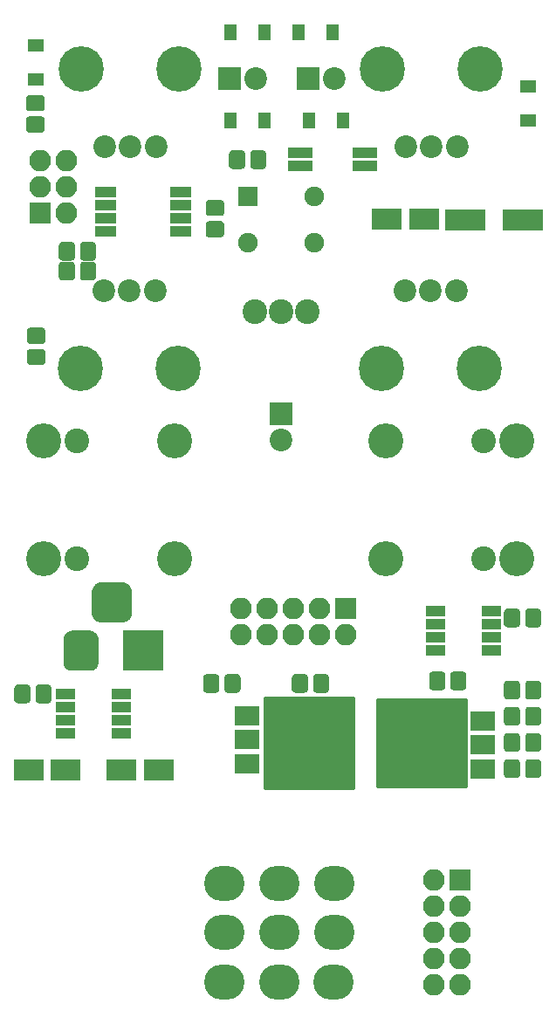
<source format=gbr>
G04 #@! TF.GenerationSoftware,KiCad,Pcbnew,(5.0.0-3-g5ebb6b6)*
G04 #@! TF.CreationDate,2018-12-28T22:49:47+00:00*
G04 #@! TF.ProjectId,Atomizer,41746F6D697A65722E6B696361645F70,rev?*
G04 #@! TF.SameCoordinates,Original*
G04 #@! TF.FileFunction,Soldermask,Top*
G04 #@! TF.FilePolarity,Negative*
%FSLAX46Y46*%
G04 Gerber Fmt 4.6, Leading zero omitted, Abs format (unit mm)*
G04 Created by KiCad (PCBNEW (5.0.0-3-g5ebb6b6)) date Friday, 28 December 2018 at 22:49:47*
%MOMM*%
%LPD*%
G01*
G04 APERTURE LIST*
%ADD10R,1.898000X1.898000*%
%ADD11C,1.898000*%
%ADD12O,3.900000X3.400000*%
%ADD13C,2.400000*%
%ADD14C,3.400000*%
%ADD15R,2.100000X1.050000*%
%ADD16C,4.400000*%
%ADD17C,2.200000*%
%ADD18O,2.100000X2.100000*%
%ADD19R,2.100000X2.100000*%
%ADD20R,2.200000X2.200000*%
%ADD21R,2.400000X1.900000*%
%ADD22R,2.400000X4.200000*%
%ADD23C,0.100000*%
%ADD24C,1.550000*%
%ADD25R,3.900000X3.900000*%
%ADD26C,3.900000*%
%ADD27R,1.950000X1.000000*%
%ADD28R,3.000000X2.000000*%
%ADD29R,2.400000X1.040000*%
%ADD30R,3.900000X2.000000*%
%ADD31R,1.300000X1.600000*%
%ADD32R,1.600000X1.300000*%
%ADD33C,0.254000*%
G04 APERTURE END LIST*
D10*
G04 #@! TO.C,SW_MODE1*
X77458500Y-88618500D03*
D11*
X77458500Y-93118500D03*
X83958500Y-93118500D03*
X83958500Y-88618500D03*
G04 #@! TD*
D12*
G04 #@! TO.C,SW_EN1*
X85836760Y-164851080D03*
X80563720Y-164838380D03*
X75247500Y-164833300D03*
X85852000Y-160045400D03*
X80556100Y-160045400D03*
X75247500Y-160045400D03*
X85864700Y-155244800D03*
X80556100Y-155244800D03*
X75247500Y-155244800D03*
G04 #@! TD*
D13*
G04 #@! TO.C,J_IN1*
X100393500Y-112395000D03*
X100393500Y-123825000D03*
D14*
X103568500Y-123825000D03*
X103568500Y-112395000D03*
X90868500Y-112395000D03*
X90868500Y-123825000D03*
G04 #@! TD*
D13*
G04 #@! TO.C,J_OUT1*
X60896500Y-123825000D03*
X60896500Y-112395000D03*
D14*
X57721500Y-112395000D03*
X57721500Y-123825000D03*
X70421500Y-123825000D03*
X70421500Y-112395000D03*
G04 #@! TD*
D15*
G04 #@! TO.C,U_CLK1*
X70960000Y-92075000D03*
X70960000Y-90805000D03*
X70960000Y-89535000D03*
X70960000Y-88265000D03*
X63660000Y-88265000D03*
X63660000Y-89535000D03*
X63660000Y-90805000D03*
X63660000Y-92075000D03*
G04 #@! TD*
D16*
G04 #@! TO.C,P_VOL1*
X90460000Y-105290000D03*
X99960000Y-105290000D03*
D17*
X92710000Y-97790000D03*
X95210000Y-97790000D03*
X97710000Y-97790000D03*
G04 #@! TD*
G04 #@! TO.C,P_OSCON1*
X63580000Y-83820000D03*
X66080000Y-83820000D03*
X68580000Y-83820000D03*
D16*
X61330000Y-76320000D03*
X70830000Y-76320000D03*
G04 #@! TD*
D18*
G04 #@! TO.C,J_AUXTOMAIN1*
X95504000Y-154940000D03*
X95504000Y-157480000D03*
X95504000Y-160020000D03*
X95504000Y-162560000D03*
X95504000Y-165100000D03*
X98044000Y-165100000D03*
X98044000Y-162560000D03*
X98044000Y-160020000D03*
X98044000Y-157480000D03*
D19*
X98044000Y-154940000D03*
G04 #@! TD*
D20*
G04 #@! TO.C,D_LED1*
X80708741Y-109728000D03*
D17*
X80708741Y-112268000D03*
G04 #@! TD*
D21*
G04 #@! TO.C,U_NREG1*
X100241500Y-144159000D03*
X100241500Y-139559000D03*
X100241500Y-141859000D03*
D22*
X93941500Y-141859000D03*
G04 #@! TD*
D23*
G04 #@! TO.C,C_BP1*
G36*
X62456071Y-94986623D02*
X62488781Y-94991475D01*
X62520857Y-94999509D01*
X62551991Y-95010649D01*
X62581884Y-95024787D01*
X62610247Y-95041787D01*
X62636807Y-95061485D01*
X62661308Y-95083692D01*
X62683515Y-95108193D01*
X62703213Y-95134753D01*
X62720213Y-95163116D01*
X62734351Y-95193009D01*
X62745491Y-95224143D01*
X62753525Y-95256219D01*
X62758377Y-95288929D01*
X62760000Y-95321956D01*
X62760000Y-96448044D01*
X62758377Y-96481071D01*
X62753525Y-96513781D01*
X62745491Y-96545857D01*
X62734351Y-96576991D01*
X62720213Y-96606884D01*
X62703213Y-96635247D01*
X62683515Y-96661807D01*
X62661308Y-96686308D01*
X62636807Y-96708515D01*
X62610247Y-96728213D01*
X62581884Y-96745213D01*
X62551991Y-96759351D01*
X62520857Y-96770491D01*
X62488781Y-96778525D01*
X62456071Y-96783377D01*
X62423044Y-96785000D01*
X61546956Y-96785000D01*
X61513929Y-96783377D01*
X61481219Y-96778525D01*
X61449143Y-96770491D01*
X61418009Y-96759351D01*
X61388116Y-96745213D01*
X61359753Y-96728213D01*
X61333193Y-96708515D01*
X61308692Y-96686308D01*
X61286485Y-96661807D01*
X61266787Y-96635247D01*
X61249787Y-96606884D01*
X61235649Y-96576991D01*
X61224509Y-96545857D01*
X61216475Y-96513781D01*
X61211623Y-96481071D01*
X61210000Y-96448044D01*
X61210000Y-95321956D01*
X61211623Y-95288929D01*
X61216475Y-95256219D01*
X61224509Y-95224143D01*
X61235649Y-95193009D01*
X61249787Y-95163116D01*
X61266787Y-95134753D01*
X61286485Y-95108193D01*
X61308692Y-95083692D01*
X61333193Y-95061485D01*
X61359753Y-95041787D01*
X61388116Y-95024787D01*
X61418009Y-95010649D01*
X61449143Y-94999509D01*
X61481219Y-94991475D01*
X61513929Y-94986623D01*
X61546956Y-94985000D01*
X62423044Y-94985000D01*
X62456071Y-94986623D01*
X62456071Y-94986623D01*
G37*
D24*
X61985000Y-95885000D03*
D23*
G36*
X60406071Y-94986623D02*
X60438781Y-94991475D01*
X60470857Y-94999509D01*
X60501991Y-95010649D01*
X60531884Y-95024787D01*
X60560247Y-95041787D01*
X60586807Y-95061485D01*
X60611308Y-95083692D01*
X60633515Y-95108193D01*
X60653213Y-95134753D01*
X60670213Y-95163116D01*
X60684351Y-95193009D01*
X60695491Y-95224143D01*
X60703525Y-95256219D01*
X60708377Y-95288929D01*
X60710000Y-95321956D01*
X60710000Y-96448044D01*
X60708377Y-96481071D01*
X60703525Y-96513781D01*
X60695491Y-96545857D01*
X60684351Y-96576991D01*
X60670213Y-96606884D01*
X60653213Y-96635247D01*
X60633515Y-96661807D01*
X60611308Y-96686308D01*
X60586807Y-96708515D01*
X60560247Y-96728213D01*
X60531884Y-96745213D01*
X60501991Y-96759351D01*
X60470857Y-96770491D01*
X60438781Y-96778525D01*
X60406071Y-96783377D01*
X60373044Y-96785000D01*
X59496956Y-96785000D01*
X59463929Y-96783377D01*
X59431219Y-96778525D01*
X59399143Y-96770491D01*
X59368009Y-96759351D01*
X59338116Y-96745213D01*
X59309753Y-96728213D01*
X59283193Y-96708515D01*
X59258692Y-96686308D01*
X59236485Y-96661807D01*
X59216787Y-96635247D01*
X59199787Y-96606884D01*
X59185649Y-96576991D01*
X59174509Y-96545857D01*
X59166475Y-96513781D01*
X59161623Y-96481071D01*
X59160000Y-96448044D01*
X59160000Y-95321956D01*
X59161623Y-95288929D01*
X59166475Y-95256219D01*
X59174509Y-95224143D01*
X59185649Y-95193009D01*
X59199787Y-95163116D01*
X59216787Y-95134753D01*
X59236485Y-95108193D01*
X59258692Y-95083692D01*
X59283193Y-95061485D01*
X59309753Y-95041787D01*
X59338116Y-95024787D01*
X59368009Y-95010649D01*
X59399143Y-94999509D01*
X59431219Y-94991475D01*
X59463929Y-94986623D01*
X59496956Y-94985000D01*
X60373044Y-94985000D01*
X60406071Y-94986623D01*
X60406071Y-94986623D01*
G37*
D24*
X59935000Y-95885000D03*
G04 #@! TD*
D23*
G04 #@! TO.C,C_BP3*
G36*
X96338071Y-134737623D02*
X96370781Y-134742475D01*
X96402857Y-134750509D01*
X96433991Y-134761649D01*
X96463884Y-134775787D01*
X96492247Y-134792787D01*
X96518807Y-134812485D01*
X96543308Y-134834692D01*
X96565515Y-134859193D01*
X96585213Y-134885753D01*
X96602213Y-134914116D01*
X96616351Y-134944009D01*
X96627491Y-134975143D01*
X96635525Y-135007219D01*
X96640377Y-135039929D01*
X96642000Y-135072956D01*
X96642000Y-136199044D01*
X96640377Y-136232071D01*
X96635525Y-136264781D01*
X96627491Y-136296857D01*
X96616351Y-136327991D01*
X96602213Y-136357884D01*
X96585213Y-136386247D01*
X96565515Y-136412807D01*
X96543308Y-136437308D01*
X96518807Y-136459515D01*
X96492247Y-136479213D01*
X96463884Y-136496213D01*
X96433991Y-136510351D01*
X96402857Y-136521491D01*
X96370781Y-136529525D01*
X96338071Y-136534377D01*
X96305044Y-136536000D01*
X95428956Y-136536000D01*
X95395929Y-136534377D01*
X95363219Y-136529525D01*
X95331143Y-136521491D01*
X95300009Y-136510351D01*
X95270116Y-136496213D01*
X95241753Y-136479213D01*
X95215193Y-136459515D01*
X95190692Y-136437308D01*
X95168485Y-136412807D01*
X95148787Y-136386247D01*
X95131787Y-136357884D01*
X95117649Y-136327991D01*
X95106509Y-136296857D01*
X95098475Y-136264781D01*
X95093623Y-136232071D01*
X95092000Y-136199044D01*
X95092000Y-135072956D01*
X95093623Y-135039929D01*
X95098475Y-135007219D01*
X95106509Y-134975143D01*
X95117649Y-134944009D01*
X95131787Y-134914116D01*
X95148787Y-134885753D01*
X95168485Y-134859193D01*
X95190692Y-134834692D01*
X95215193Y-134812485D01*
X95241753Y-134792787D01*
X95270116Y-134775787D01*
X95300009Y-134761649D01*
X95331143Y-134750509D01*
X95363219Y-134742475D01*
X95395929Y-134737623D01*
X95428956Y-134736000D01*
X96305044Y-134736000D01*
X96338071Y-134737623D01*
X96338071Y-134737623D01*
G37*
D24*
X95867000Y-135636000D03*
D23*
G36*
X98388071Y-134737623D02*
X98420781Y-134742475D01*
X98452857Y-134750509D01*
X98483991Y-134761649D01*
X98513884Y-134775787D01*
X98542247Y-134792787D01*
X98568807Y-134812485D01*
X98593308Y-134834692D01*
X98615515Y-134859193D01*
X98635213Y-134885753D01*
X98652213Y-134914116D01*
X98666351Y-134944009D01*
X98677491Y-134975143D01*
X98685525Y-135007219D01*
X98690377Y-135039929D01*
X98692000Y-135072956D01*
X98692000Y-136199044D01*
X98690377Y-136232071D01*
X98685525Y-136264781D01*
X98677491Y-136296857D01*
X98666351Y-136327991D01*
X98652213Y-136357884D01*
X98635213Y-136386247D01*
X98615515Y-136412807D01*
X98593308Y-136437308D01*
X98568807Y-136459515D01*
X98542247Y-136479213D01*
X98513884Y-136496213D01*
X98483991Y-136510351D01*
X98452857Y-136521491D01*
X98420781Y-136529525D01*
X98388071Y-136534377D01*
X98355044Y-136536000D01*
X97478956Y-136536000D01*
X97445929Y-136534377D01*
X97413219Y-136529525D01*
X97381143Y-136521491D01*
X97350009Y-136510351D01*
X97320116Y-136496213D01*
X97291753Y-136479213D01*
X97265193Y-136459515D01*
X97240692Y-136437308D01*
X97218485Y-136412807D01*
X97198787Y-136386247D01*
X97181787Y-136357884D01*
X97167649Y-136327991D01*
X97156509Y-136296857D01*
X97148475Y-136264781D01*
X97143623Y-136232071D01*
X97142000Y-136199044D01*
X97142000Y-135072956D01*
X97143623Y-135039929D01*
X97148475Y-135007219D01*
X97156509Y-134975143D01*
X97167649Y-134944009D01*
X97181787Y-134914116D01*
X97198787Y-134885753D01*
X97218485Y-134859193D01*
X97240692Y-134834692D01*
X97265193Y-134812485D01*
X97291753Y-134792787D01*
X97320116Y-134775787D01*
X97350009Y-134761649D01*
X97381143Y-134750509D01*
X97413219Y-134742475D01*
X97445929Y-134737623D01*
X97478956Y-134736000D01*
X98355044Y-134736000D01*
X98388071Y-134737623D01*
X98388071Y-134737623D01*
G37*
D24*
X97917000Y-135636000D03*
G04 #@! TD*
D23*
G04 #@! TO.C,C_BP4*
G36*
X105636071Y-135626623D02*
X105668781Y-135631475D01*
X105700857Y-135639509D01*
X105731991Y-135650649D01*
X105761884Y-135664787D01*
X105790247Y-135681787D01*
X105816807Y-135701485D01*
X105841308Y-135723692D01*
X105863515Y-135748193D01*
X105883213Y-135774753D01*
X105900213Y-135803116D01*
X105914351Y-135833009D01*
X105925491Y-135864143D01*
X105933525Y-135896219D01*
X105938377Y-135928929D01*
X105940000Y-135961956D01*
X105940000Y-137088044D01*
X105938377Y-137121071D01*
X105933525Y-137153781D01*
X105925491Y-137185857D01*
X105914351Y-137216991D01*
X105900213Y-137246884D01*
X105883213Y-137275247D01*
X105863515Y-137301807D01*
X105841308Y-137326308D01*
X105816807Y-137348515D01*
X105790247Y-137368213D01*
X105761884Y-137385213D01*
X105731991Y-137399351D01*
X105700857Y-137410491D01*
X105668781Y-137418525D01*
X105636071Y-137423377D01*
X105603044Y-137425000D01*
X104726956Y-137425000D01*
X104693929Y-137423377D01*
X104661219Y-137418525D01*
X104629143Y-137410491D01*
X104598009Y-137399351D01*
X104568116Y-137385213D01*
X104539753Y-137368213D01*
X104513193Y-137348515D01*
X104488692Y-137326308D01*
X104466485Y-137301807D01*
X104446787Y-137275247D01*
X104429787Y-137246884D01*
X104415649Y-137216991D01*
X104404509Y-137185857D01*
X104396475Y-137153781D01*
X104391623Y-137121071D01*
X104390000Y-137088044D01*
X104390000Y-135961956D01*
X104391623Y-135928929D01*
X104396475Y-135896219D01*
X104404509Y-135864143D01*
X104415649Y-135833009D01*
X104429787Y-135803116D01*
X104446787Y-135774753D01*
X104466485Y-135748193D01*
X104488692Y-135723692D01*
X104513193Y-135701485D01*
X104539753Y-135681787D01*
X104568116Y-135664787D01*
X104598009Y-135650649D01*
X104629143Y-135639509D01*
X104661219Y-135631475D01*
X104693929Y-135626623D01*
X104726956Y-135625000D01*
X105603044Y-135625000D01*
X105636071Y-135626623D01*
X105636071Y-135626623D01*
G37*
D24*
X105165000Y-136525000D03*
D23*
G36*
X103586071Y-135626623D02*
X103618781Y-135631475D01*
X103650857Y-135639509D01*
X103681991Y-135650649D01*
X103711884Y-135664787D01*
X103740247Y-135681787D01*
X103766807Y-135701485D01*
X103791308Y-135723692D01*
X103813515Y-135748193D01*
X103833213Y-135774753D01*
X103850213Y-135803116D01*
X103864351Y-135833009D01*
X103875491Y-135864143D01*
X103883525Y-135896219D01*
X103888377Y-135928929D01*
X103890000Y-135961956D01*
X103890000Y-137088044D01*
X103888377Y-137121071D01*
X103883525Y-137153781D01*
X103875491Y-137185857D01*
X103864351Y-137216991D01*
X103850213Y-137246884D01*
X103833213Y-137275247D01*
X103813515Y-137301807D01*
X103791308Y-137326308D01*
X103766807Y-137348515D01*
X103740247Y-137368213D01*
X103711884Y-137385213D01*
X103681991Y-137399351D01*
X103650857Y-137410491D01*
X103618781Y-137418525D01*
X103586071Y-137423377D01*
X103553044Y-137425000D01*
X102676956Y-137425000D01*
X102643929Y-137423377D01*
X102611219Y-137418525D01*
X102579143Y-137410491D01*
X102548009Y-137399351D01*
X102518116Y-137385213D01*
X102489753Y-137368213D01*
X102463193Y-137348515D01*
X102438692Y-137326308D01*
X102416485Y-137301807D01*
X102396787Y-137275247D01*
X102379787Y-137246884D01*
X102365649Y-137216991D01*
X102354509Y-137185857D01*
X102346475Y-137153781D01*
X102341623Y-137121071D01*
X102340000Y-137088044D01*
X102340000Y-135961956D01*
X102341623Y-135928929D01*
X102346475Y-135896219D01*
X102354509Y-135864143D01*
X102365649Y-135833009D01*
X102379787Y-135803116D01*
X102396787Y-135774753D01*
X102416485Y-135748193D01*
X102438692Y-135723692D01*
X102463193Y-135701485D01*
X102489753Y-135681787D01*
X102518116Y-135664787D01*
X102548009Y-135650649D01*
X102579143Y-135639509D01*
X102611219Y-135631475D01*
X102643929Y-135626623D01*
X102676956Y-135625000D01*
X103553044Y-135625000D01*
X103586071Y-135626623D01*
X103586071Y-135626623D01*
G37*
D24*
X103115000Y-136525000D03*
G04 #@! TD*
D23*
G04 #@! TO.C,C_BP5*
G36*
X56088071Y-136007623D02*
X56120781Y-136012475D01*
X56152857Y-136020509D01*
X56183991Y-136031649D01*
X56213884Y-136045787D01*
X56242247Y-136062787D01*
X56268807Y-136082485D01*
X56293308Y-136104692D01*
X56315515Y-136129193D01*
X56335213Y-136155753D01*
X56352213Y-136184116D01*
X56366351Y-136214009D01*
X56377491Y-136245143D01*
X56385525Y-136277219D01*
X56390377Y-136309929D01*
X56392000Y-136342956D01*
X56392000Y-137469044D01*
X56390377Y-137502071D01*
X56385525Y-137534781D01*
X56377491Y-137566857D01*
X56366351Y-137597991D01*
X56352213Y-137627884D01*
X56335213Y-137656247D01*
X56315515Y-137682807D01*
X56293308Y-137707308D01*
X56268807Y-137729515D01*
X56242247Y-137749213D01*
X56213884Y-137766213D01*
X56183991Y-137780351D01*
X56152857Y-137791491D01*
X56120781Y-137799525D01*
X56088071Y-137804377D01*
X56055044Y-137806000D01*
X55178956Y-137806000D01*
X55145929Y-137804377D01*
X55113219Y-137799525D01*
X55081143Y-137791491D01*
X55050009Y-137780351D01*
X55020116Y-137766213D01*
X54991753Y-137749213D01*
X54965193Y-137729515D01*
X54940692Y-137707308D01*
X54918485Y-137682807D01*
X54898787Y-137656247D01*
X54881787Y-137627884D01*
X54867649Y-137597991D01*
X54856509Y-137566857D01*
X54848475Y-137534781D01*
X54843623Y-137502071D01*
X54842000Y-137469044D01*
X54842000Y-136342956D01*
X54843623Y-136309929D01*
X54848475Y-136277219D01*
X54856509Y-136245143D01*
X54867649Y-136214009D01*
X54881787Y-136184116D01*
X54898787Y-136155753D01*
X54918485Y-136129193D01*
X54940692Y-136104692D01*
X54965193Y-136082485D01*
X54991753Y-136062787D01*
X55020116Y-136045787D01*
X55050009Y-136031649D01*
X55081143Y-136020509D01*
X55113219Y-136012475D01*
X55145929Y-136007623D01*
X55178956Y-136006000D01*
X56055044Y-136006000D01*
X56088071Y-136007623D01*
X56088071Y-136007623D01*
G37*
D24*
X55617000Y-136906000D03*
D23*
G36*
X58138071Y-136007623D02*
X58170781Y-136012475D01*
X58202857Y-136020509D01*
X58233991Y-136031649D01*
X58263884Y-136045787D01*
X58292247Y-136062787D01*
X58318807Y-136082485D01*
X58343308Y-136104692D01*
X58365515Y-136129193D01*
X58385213Y-136155753D01*
X58402213Y-136184116D01*
X58416351Y-136214009D01*
X58427491Y-136245143D01*
X58435525Y-136277219D01*
X58440377Y-136309929D01*
X58442000Y-136342956D01*
X58442000Y-137469044D01*
X58440377Y-137502071D01*
X58435525Y-137534781D01*
X58427491Y-137566857D01*
X58416351Y-137597991D01*
X58402213Y-137627884D01*
X58385213Y-137656247D01*
X58365515Y-137682807D01*
X58343308Y-137707308D01*
X58318807Y-137729515D01*
X58292247Y-137749213D01*
X58263884Y-137766213D01*
X58233991Y-137780351D01*
X58202857Y-137791491D01*
X58170781Y-137799525D01*
X58138071Y-137804377D01*
X58105044Y-137806000D01*
X57228956Y-137806000D01*
X57195929Y-137804377D01*
X57163219Y-137799525D01*
X57131143Y-137791491D01*
X57100009Y-137780351D01*
X57070116Y-137766213D01*
X57041753Y-137749213D01*
X57015193Y-137729515D01*
X56990692Y-137707308D01*
X56968485Y-137682807D01*
X56948787Y-137656247D01*
X56931787Y-137627884D01*
X56917649Y-137597991D01*
X56906509Y-137566857D01*
X56898475Y-137534781D01*
X56893623Y-137502071D01*
X56892000Y-137469044D01*
X56892000Y-136342956D01*
X56893623Y-136309929D01*
X56898475Y-136277219D01*
X56906509Y-136245143D01*
X56917649Y-136214009D01*
X56931787Y-136184116D01*
X56948787Y-136155753D01*
X56968485Y-136129193D01*
X56990692Y-136104692D01*
X57015193Y-136082485D01*
X57041753Y-136062787D01*
X57070116Y-136045787D01*
X57100009Y-136031649D01*
X57131143Y-136020509D01*
X57163219Y-136012475D01*
X57195929Y-136007623D01*
X57228956Y-136006000D01*
X58105044Y-136006000D01*
X58138071Y-136007623D01*
X58138071Y-136007623D01*
G37*
D24*
X57667000Y-136906000D03*
G04 #@! TD*
D25*
G04 #@! TO.C,J_PWR1*
X67310000Y-132715000D03*
D23*
G36*
X62243315Y-130769093D02*
X62325827Y-130781333D01*
X62406742Y-130801601D01*
X62485281Y-130829702D01*
X62560687Y-130865367D01*
X62632235Y-130908251D01*
X62699234Y-130957941D01*
X62761041Y-131013959D01*
X62817059Y-131075766D01*
X62866749Y-131142765D01*
X62909633Y-131214313D01*
X62945298Y-131289719D01*
X62973399Y-131368258D01*
X62993667Y-131449173D01*
X63005907Y-131531685D01*
X63010000Y-131615000D01*
X63010000Y-133815000D01*
X63005907Y-133898315D01*
X62993667Y-133980827D01*
X62973399Y-134061742D01*
X62945298Y-134140281D01*
X62909633Y-134215687D01*
X62866749Y-134287235D01*
X62817059Y-134354234D01*
X62761041Y-134416041D01*
X62699234Y-134472059D01*
X62632235Y-134521749D01*
X62560687Y-134564633D01*
X62485281Y-134600298D01*
X62406742Y-134628399D01*
X62325827Y-134648667D01*
X62243315Y-134660907D01*
X62160000Y-134665000D01*
X60460000Y-134665000D01*
X60376685Y-134660907D01*
X60294173Y-134648667D01*
X60213258Y-134628399D01*
X60134719Y-134600298D01*
X60059313Y-134564633D01*
X59987765Y-134521749D01*
X59920766Y-134472059D01*
X59858959Y-134416041D01*
X59802941Y-134354234D01*
X59753251Y-134287235D01*
X59710367Y-134215687D01*
X59674702Y-134140281D01*
X59646601Y-134061742D01*
X59626333Y-133980827D01*
X59614093Y-133898315D01*
X59610000Y-133815000D01*
X59610000Y-131615000D01*
X59614093Y-131531685D01*
X59626333Y-131449173D01*
X59646601Y-131368258D01*
X59674702Y-131289719D01*
X59710367Y-131214313D01*
X59753251Y-131142765D01*
X59802941Y-131075766D01*
X59858959Y-131013959D01*
X59920766Y-130957941D01*
X59987765Y-130908251D01*
X60059313Y-130865367D01*
X60134719Y-130829702D01*
X60213258Y-130801601D01*
X60294173Y-130781333D01*
X60376685Y-130769093D01*
X60460000Y-130765000D01*
X62160000Y-130765000D01*
X62243315Y-130769093D01*
X62243315Y-130769093D01*
G37*
D14*
X61310000Y-132715000D03*
D23*
G36*
X65380567Y-126069695D02*
X65475213Y-126083734D01*
X65568028Y-126106983D01*
X65658116Y-126139217D01*
X65744612Y-126180127D01*
X65826681Y-126229317D01*
X65903533Y-126286315D01*
X65974429Y-126350571D01*
X66038685Y-126421467D01*
X66095683Y-126498319D01*
X66144873Y-126580388D01*
X66185783Y-126666884D01*
X66218017Y-126756972D01*
X66241266Y-126849787D01*
X66255305Y-126944433D01*
X66260000Y-127040000D01*
X66260000Y-128990000D01*
X66255305Y-129085567D01*
X66241266Y-129180213D01*
X66218017Y-129273028D01*
X66185783Y-129363116D01*
X66144873Y-129449612D01*
X66095683Y-129531681D01*
X66038685Y-129608533D01*
X65974429Y-129679429D01*
X65903533Y-129743685D01*
X65826681Y-129800683D01*
X65744612Y-129849873D01*
X65658116Y-129890783D01*
X65568028Y-129923017D01*
X65475213Y-129946266D01*
X65380567Y-129960305D01*
X65285000Y-129965000D01*
X63335000Y-129965000D01*
X63239433Y-129960305D01*
X63144787Y-129946266D01*
X63051972Y-129923017D01*
X62961884Y-129890783D01*
X62875388Y-129849873D01*
X62793319Y-129800683D01*
X62716467Y-129743685D01*
X62645571Y-129679429D01*
X62581315Y-129608533D01*
X62524317Y-129531681D01*
X62475127Y-129449612D01*
X62434217Y-129363116D01*
X62401983Y-129273028D01*
X62378734Y-129180213D01*
X62364695Y-129085567D01*
X62360000Y-128990000D01*
X62360000Y-127040000D01*
X62364695Y-126944433D01*
X62378734Y-126849787D01*
X62401983Y-126756972D01*
X62434217Y-126666884D01*
X62475127Y-126580388D01*
X62524317Y-126498319D01*
X62581315Y-126421467D01*
X62645571Y-126350571D01*
X62716467Y-126286315D01*
X62793319Y-126229317D01*
X62875388Y-126180127D01*
X62961884Y-126139217D01*
X63051972Y-126106983D01*
X63144787Y-126083734D01*
X63239433Y-126069695D01*
X63335000Y-126065000D01*
X65285000Y-126065000D01*
X65380567Y-126069695D01*
X65380567Y-126069695D01*
G37*
D26*
X64310000Y-128015000D03*
G04 #@! TD*
D17*
G04 #@! TO.C,P_DEPTH1*
X92790000Y-83820000D03*
X95290000Y-83820000D03*
X97790000Y-83820000D03*
D16*
X90540000Y-76320000D03*
X100040000Y-76320000D03*
G04 #@! TD*
D23*
G04 #@! TO.C,R1*
G36*
X74426871Y-134991623D02*
X74459581Y-134996475D01*
X74491657Y-135004509D01*
X74522791Y-135015649D01*
X74552684Y-135029787D01*
X74581047Y-135046787D01*
X74607607Y-135066485D01*
X74632108Y-135088692D01*
X74654315Y-135113193D01*
X74674013Y-135139753D01*
X74691013Y-135168116D01*
X74705151Y-135198009D01*
X74716291Y-135229143D01*
X74724325Y-135261219D01*
X74729177Y-135293929D01*
X74730800Y-135326956D01*
X74730800Y-136453044D01*
X74729177Y-136486071D01*
X74724325Y-136518781D01*
X74716291Y-136550857D01*
X74705151Y-136581991D01*
X74691013Y-136611884D01*
X74674013Y-136640247D01*
X74654315Y-136666807D01*
X74632108Y-136691308D01*
X74607607Y-136713515D01*
X74581047Y-136733213D01*
X74552684Y-136750213D01*
X74522791Y-136764351D01*
X74491657Y-136775491D01*
X74459581Y-136783525D01*
X74426871Y-136788377D01*
X74393844Y-136790000D01*
X73517756Y-136790000D01*
X73484729Y-136788377D01*
X73452019Y-136783525D01*
X73419943Y-136775491D01*
X73388809Y-136764351D01*
X73358916Y-136750213D01*
X73330553Y-136733213D01*
X73303993Y-136713515D01*
X73279492Y-136691308D01*
X73257285Y-136666807D01*
X73237587Y-136640247D01*
X73220587Y-136611884D01*
X73206449Y-136581991D01*
X73195309Y-136550857D01*
X73187275Y-136518781D01*
X73182423Y-136486071D01*
X73180800Y-136453044D01*
X73180800Y-135326956D01*
X73182423Y-135293929D01*
X73187275Y-135261219D01*
X73195309Y-135229143D01*
X73206449Y-135198009D01*
X73220587Y-135168116D01*
X73237587Y-135139753D01*
X73257285Y-135113193D01*
X73279492Y-135088692D01*
X73303993Y-135066485D01*
X73330553Y-135046787D01*
X73358916Y-135029787D01*
X73388809Y-135015649D01*
X73419943Y-135004509D01*
X73452019Y-134996475D01*
X73484729Y-134991623D01*
X73517756Y-134990000D01*
X74393844Y-134990000D01*
X74426871Y-134991623D01*
X74426871Y-134991623D01*
G37*
D24*
X73955800Y-135890000D03*
D23*
G36*
X76476871Y-134991623D02*
X76509581Y-134996475D01*
X76541657Y-135004509D01*
X76572791Y-135015649D01*
X76602684Y-135029787D01*
X76631047Y-135046787D01*
X76657607Y-135066485D01*
X76682108Y-135088692D01*
X76704315Y-135113193D01*
X76724013Y-135139753D01*
X76741013Y-135168116D01*
X76755151Y-135198009D01*
X76766291Y-135229143D01*
X76774325Y-135261219D01*
X76779177Y-135293929D01*
X76780800Y-135326956D01*
X76780800Y-136453044D01*
X76779177Y-136486071D01*
X76774325Y-136518781D01*
X76766291Y-136550857D01*
X76755151Y-136581991D01*
X76741013Y-136611884D01*
X76724013Y-136640247D01*
X76704315Y-136666807D01*
X76682108Y-136691308D01*
X76657607Y-136713515D01*
X76631047Y-136733213D01*
X76602684Y-136750213D01*
X76572791Y-136764351D01*
X76541657Y-136775491D01*
X76509581Y-136783525D01*
X76476871Y-136788377D01*
X76443844Y-136790000D01*
X75567756Y-136790000D01*
X75534729Y-136788377D01*
X75502019Y-136783525D01*
X75469943Y-136775491D01*
X75438809Y-136764351D01*
X75408916Y-136750213D01*
X75380553Y-136733213D01*
X75353993Y-136713515D01*
X75329492Y-136691308D01*
X75307285Y-136666807D01*
X75287587Y-136640247D01*
X75270587Y-136611884D01*
X75256449Y-136581991D01*
X75245309Y-136550857D01*
X75237275Y-136518781D01*
X75232423Y-136486071D01*
X75230800Y-136453044D01*
X75230800Y-135326956D01*
X75232423Y-135293929D01*
X75237275Y-135261219D01*
X75245309Y-135229143D01*
X75256449Y-135198009D01*
X75270587Y-135168116D01*
X75287587Y-135139753D01*
X75307285Y-135113193D01*
X75329492Y-135088692D01*
X75353993Y-135066485D01*
X75380553Y-135046787D01*
X75408916Y-135029787D01*
X75438809Y-135015649D01*
X75469943Y-135004509D01*
X75502019Y-134996475D01*
X75534729Y-134991623D01*
X75567756Y-134990000D01*
X76443844Y-134990000D01*
X76476871Y-134991623D01*
X76476871Y-134991623D01*
G37*
D24*
X76005800Y-135890000D03*
G04 #@! TD*
D23*
G04 #@! TO.C,R2*
G36*
X85062071Y-134991623D02*
X85094781Y-134996475D01*
X85126857Y-135004509D01*
X85157991Y-135015649D01*
X85187884Y-135029787D01*
X85216247Y-135046787D01*
X85242807Y-135066485D01*
X85267308Y-135088692D01*
X85289515Y-135113193D01*
X85309213Y-135139753D01*
X85326213Y-135168116D01*
X85340351Y-135198009D01*
X85351491Y-135229143D01*
X85359525Y-135261219D01*
X85364377Y-135293929D01*
X85366000Y-135326956D01*
X85366000Y-136453044D01*
X85364377Y-136486071D01*
X85359525Y-136518781D01*
X85351491Y-136550857D01*
X85340351Y-136581991D01*
X85326213Y-136611884D01*
X85309213Y-136640247D01*
X85289515Y-136666807D01*
X85267308Y-136691308D01*
X85242807Y-136713515D01*
X85216247Y-136733213D01*
X85187884Y-136750213D01*
X85157991Y-136764351D01*
X85126857Y-136775491D01*
X85094781Y-136783525D01*
X85062071Y-136788377D01*
X85029044Y-136790000D01*
X84152956Y-136790000D01*
X84119929Y-136788377D01*
X84087219Y-136783525D01*
X84055143Y-136775491D01*
X84024009Y-136764351D01*
X83994116Y-136750213D01*
X83965753Y-136733213D01*
X83939193Y-136713515D01*
X83914692Y-136691308D01*
X83892485Y-136666807D01*
X83872787Y-136640247D01*
X83855787Y-136611884D01*
X83841649Y-136581991D01*
X83830509Y-136550857D01*
X83822475Y-136518781D01*
X83817623Y-136486071D01*
X83816000Y-136453044D01*
X83816000Y-135326956D01*
X83817623Y-135293929D01*
X83822475Y-135261219D01*
X83830509Y-135229143D01*
X83841649Y-135198009D01*
X83855787Y-135168116D01*
X83872787Y-135139753D01*
X83892485Y-135113193D01*
X83914692Y-135088692D01*
X83939193Y-135066485D01*
X83965753Y-135046787D01*
X83994116Y-135029787D01*
X84024009Y-135015649D01*
X84055143Y-135004509D01*
X84087219Y-134996475D01*
X84119929Y-134991623D01*
X84152956Y-134990000D01*
X85029044Y-134990000D01*
X85062071Y-134991623D01*
X85062071Y-134991623D01*
G37*
D24*
X84591000Y-135890000D03*
D23*
G36*
X83012071Y-134991623D02*
X83044781Y-134996475D01*
X83076857Y-135004509D01*
X83107991Y-135015649D01*
X83137884Y-135029787D01*
X83166247Y-135046787D01*
X83192807Y-135066485D01*
X83217308Y-135088692D01*
X83239515Y-135113193D01*
X83259213Y-135139753D01*
X83276213Y-135168116D01*
X83290351Y-135198009D01*
X83301491Y-135229143D01*
X83309525Y-135261219D01*
X83314377Y-135293929D01*
X83316000Y-135326956D01*
X83316000Y-136453044D01*
X83314377Y-136486071D01*
X83309525Y-136518781D01*
X83301491Y-136550857D01*
X83290351Y-136581991D01*
X83276213Y-136611884D01*
X83259213Y-136640247D01*
X83239515Y-136666807D01*
X83217308Y-136691308D01*
X83192807Y-136713515D01*
X83166247Y-136733213D01*
X83137884Y-136750213D01*
X83107991Y-136764351D01*
X83076857Y-136775491D01*
X83044781Y-136783525D01*
X83012071Y-136788377D01*
X82979044Y-136790000D01*
X82102956Y-136790000D01*
X82069929Y-136788377D01*
X82037219Y-136783525D01*
X82005143Y-136775491D01*
X81974009Y-136764351D01*
X81944116Y-136750213D01*
X81915753Y-136733213D01*
X81889193Y-136713515D01*
X81864692Y-136691308D01*
X81842485Y-136666807D01*
X81822787Y-136640247D01*
X81805787Y-136611884D01*
X81791649Y-136581991D01*
X81780509Y-136550857D01*
X81772475Y-136518781D01*
X81767623Y-136486071D01*
X81766000Y-136453044D01*
X81766000Y-135326956D01*
X81767623Y-135293929D01*
X81772475Y-135261219D01*
X81780509Y-135229143D01*
X81791649Y-135198009D01*
X81805787Y-135168116D01*
X81822787Y-135139753D01*
X81842485Y-135113193D01*
X81864692Y-135088692D01*
X81889193Y-135066485D01*
X81915753Y-135046787D01*
X81944116Y-135029787D01*
X81974009Y-135015649D01*
X82005143Y-135004509D01*
X82037219Y-134996475D01*
X82069929Y-134991623D01*
X82102956Y-134990000D01*
X82979044Y-134990000D01*
X83012071Y-134991623D01*
X83012071Y-134991623D01*
G37*
D24*
X82541000Y-135890000D03*
G04 #@! TD*
D23*
G04 #@! TO.C,R3*
G36*
X103586071Y-143246623D02*
X103618781Y-143251475D01*
X103650857Y-143259509D01*
X103681991Y-143270649D01*
X103711884Y-143284787D01*
X103740247Y-143301787D01*
X103766807Y-143321485D01*
X103791308Y-143343692D01*
X103813515Y-143368193D01*
X103833213Y-143394753D01*
X103850213Y-143423116D01*
X103864351Y-143453009D01*
X103875491Y-143484143D01*
X103883525Y-143516219D01*
X103888377Y-143548929D01*
X103890000Y-143581956D01*
X103890000Y-144708044D01*
X103888377Y-144741071D01*
X103883525Y-144773781D01*
X103875491Y-144805857D01*
X103864351Y-144836991D01*
X103850213Y-144866884D01*
X103833213Y-144895247D01*
X103813515Y-144921807D01*
X103791308Y-144946308D01*
X103766807Y-144968515D01*
X103740247Y-144988213D01*
X103711884Y-145005213D01*
X103681991Y-145019351D01*
X103650857Y-145030491D01*
X103618781Y-145038525D01*
X103586071Y-145043377D01*
X103553044Y-145045000D01*
X102676956Y-145045000D01*
X102643929Y-145043377D01*
X102611219Y-145038525D01*
X102579143Y-145030491D01*
X102548009Y-145019351D01*
X102518116Y-145005213D01*
X102489753Y-144988213D01*
X102463193Y-144968515D01*
X102438692Y-144946308D01*
X102416485Y-144921807D01*
X102396787Y-144895247D01*
X102379787Y-144866884D01*
X102365649Y-144836991D01*
X102354509Y-144805857D01*
X102346475Y-144773781D01*
X102341623Y-144741071D01*
X102340000Y-144708044D01*
X102340000Y-143581956D01*
X102341623Y-143548929D01*
X102346475Y-143516219D01*
X102354509Y-143484143D01*
X102365649Y-143453009D01*
X102379787Y-143423116D01*
X102396787Y-143394753D01*
X102416485Y-143368193D01*
X102438692Y-143343692D01*
X102463193Y-143321485D01*
X102489753Y-143301787D01*
X102518116Y-143284787D01*
X102548009Y-143270649D01*
X102579143Y-143259509D01*
X102611219Y-143251475D01*
X102643929Y-143246623D01*
X102676956Y-143245000D01*
X103553044Y-143245000D01*
X103586071Y-143246623D01*
X103586071Y-143246623D01*
G37*
D24*
X103115000Y-144145000D03*
D23*
G36*
X105636071Y-143246623D02*
X105668781Y-143251475D01*
X105700857Y-143259509D01*
X105731991Y-143270649D01*
X105761884Y-143284787D01*
X105790247Y-143301787D01*
X105816807Y-143321485D01*
X105841308Y-143343692D01*
X105863515Y-143368193D01*
X105883213Y-143394753D01*
X105900213Y-143423116D01*
X105914351Y-143453009D01*
X105925491Y-143484143D01*
X105933525Y-143516219D01*
X105938377Y-143548929D01*
X105940000Y-143581956D01*
X105940000Y-144708044D01*
X105938377Y-144741071D01*
X105933525Y-144773781D01*
X105925491Y-144805857D01*
X105914351Y-144836991D01*
X105900213Y-144866884D01*
X105883213Y-144895247D01*
X105863515Y-144921807D01*
X105841308Y-144946308D01*
X105816807Y-144968515D01*
X105790247Y-144988213D01*
X105761884Y-145005213D01*
X105731991Y-145019351D01*
X105700857Y-145030491D01*
X105668781Y-145038525D01*
X105636071Y-145043377D01*
X105603044Y-145045000D01*
X104726956Y-145045000D01*
X104693929Y-145043377D01*
X104661219Y-145038525D01*
X104629143Y-145030491D01*
X104598009Y-145019351D01*
X104568116Y-145005213D01*
X104539753Y-144988213D01*
X104513193Y-144968515D01*
X104488692Y-144946308D01*
X104466485Y-144921807D01*
X104446787Y-144895247D01*
X104429787Y-144866884D01*
X104415649Y-144836991D01*
X104404509Y-144805857D01*
X104396475Y-144773781D01*
X104391623Y-144741071D01*
X104390000Y-144708044D01*
X104390000Y-143581956D01*
X104391623Y-143548929D01*
X104396475Y-143516219D01*
X104404509Y-143484143D01*
X104415649Y-143453009D01*
X104429787Y-143423116D01*
X104446787Y-143394753D01*
X104466485Y-143368193D01*
X104488692Y-143343692D01*
X104513193Y-143321485D01*
X104539753Y-143301787D01*
X104568116Y-143284787D01*
X104598009Y-143270649D01*
X104629143Y-143259509D01*
X104661219Y-143251475D01*
X104693929Y-143246623D01*
X104726956Y-143245000D01*
X105603044Y-143245000D01*
X105636071Y-143246623D01*
X105636071Y-143246623D01*
G37*
D24*
X105165000Y-144145000D03*
G04 #@! TD*
D23*
G04 #@! TO.C,R4*
G36*
X105636071Y-138166623D02*
X105668781Y-138171475D01*
X105700857Y-138179509D01*
X105731991Y-138190649D01*
X105761884Y-138204787D01*
X105790247Y-138221787D01*
X105816807Y-138241485D01*
X105841308Y-138263692D01*
X105863515Y-138288193D01*
X105883213Y-138314753D01*
X105900213Y-138343116D01*
X105914351Y-138373009D01*
X105925491Y-138404143D01*
X105933525Y-138436219D01*
X105938377Y-138468929D01*
X105940000Y-138501956D01*
X105940000Y-139628044D01*
X105938377Y-139661071D01*
X105933525Y-139693781D01*
X105925491Y-139725857D01*
X105914351Y-139756991D01*
X105900213Y-139786884D01*
X105883213Y-139815247D01*
X105863515Y-139841807D01*
X105841308Y-139866308D01*
X105816807Y-139888515D01*
X105790247Y-139908213D01*
X105761884Y-139925213D01*
X105731991Y-139939351D01*
X105700857Y-139950491D01*
X105668781Y-139958525D01*
X105636071Y-139963377D01*
X105603044Y-139965000D01*
X104726956Y-139965000D01*
X104693929Y-139963377D01*
X104661219Y-139958525D01*
X104629143Y-139950491D01*
X104598009Y-139939351D01*
X104568116Y-139925213D01*
X104539753Y-139908213D01*
X104513193Y-139888515D01*
X104488692Y-139866308D01*
X104466485Y-139841807D01*
X104446787Y-139815247D01*
X104429787Y-139786884D01*
X104415649Y-139756991D01*
X104404509Y-139725857D01*
X104396475Y-139693781D01*
X104391623Y-139661071D01*
X104390000Y-139628044D01*
X104390000Y-138501956D01*
X104391623Y-138468929D01*
X104396475Y-138436219D01*
X104404509Y-138404143D01*
X104415649Y-138373009D01*
X104429787Y-138343116D01*
X104446787Y-138314753D01*
X104466485Y-138288193D01*
X104488692Y-138263692D01*
X104513193Y-138241485D01*
X104539753Y-138221787D01*
X104568116Y-138204787D01*
X104598009Y-138190649D01*
X104629143Y-138179509D01*
X104661219Y-138171475D01*
X104693929Y-138166623D01*
X104726956Y-138165000D01*
X105603044Y-138165000D01*
X105636071Y-138166623D01*
X105636071Y-138166623D01*
G37*
D24*
X105165000Y-139065000D03*
D23*
G36*
X103586071Y-138166623D02*
X103618781Y-138171475D01*
X103650857Y-138179509D01*
X103681991Y-138190649D01*
X103711884Y-138204787D01*
X103740247Y-138221787D01*
X103766807Y-138241485D01*
X103791308Y-138263692D01*
X103813515Y-138288193D01*
X103833213Y-138314753D01*
X103850213Y-138343116D01*
X103864351Y-138373009D01*
X103875491Y-138404143D01*
X103883525Y-138436219D01*
X103888377Y-138468929D01*
X103890000Y-138501956D01*
X103890000Y-139628044D01*
X103888377Y-139661071D01*
X103883525Y-139693781D01*
X103875491Y-139725857D01*
X103864351Y-139756991D01*
X103850213Y-139786884D01*
X103833213Y-139815247D01*
X103813515Y-139841807D01*
X103791308Y-139866308D01*
X103766807Y-139888515D01*
X103740247Y-139908213D01*
X103711884Y-139925213D01*
X103681991Y-139939351D01*
X103650857Y-139950491D01*
X103618781Y-139958525D01*
X103586071Y-139963377D01*
X103553044Y-139965000D01*
X102676956Y-139965000D01*
X102643929Y-139963377D01*
X102611219Y-139958525D01*
X102579143Y-139950491D01*
X102548009Y-139939351D01*
X102518116Y-139925213D01*
X102489753Y-139908213D01*
X102463193Y-139888515D01*
X102438692Y-139866308D01*
X102416485Y-139841807D01*
X102396787Y-139815247D01*
X102379787Y-139786884D01*
X102365649Y-139756991D01*
X102354509Y-139725857D01*
X102346475Y-139693781D01*
X102341623Y-139661071D01*
X102340000Y-139628044D01*
X102340000Y-138501956D01*
X102341623Y-138468929D01*
X102346475Y-138436219D01*
X102354509Y-138404143D01*
X102365649Y-138373009D01*
X102379787Y-138343116D01*
X102396787Y-138314753D01*
X102416485Y-138288193D01*
X102438692Y-138263692D01*
X102463193Y-138241485D01*
X102489753Y-138221787D01*
X102518116Y-138204787D01*
X102548009Y-138190649D01*
X102579143Y-138179509D01*
X102611219Y-138171475D01*
X102643929Y-138166623D01*
X102676956Y-138165000D01*
X103553044Y-138165000D01*
X103586071Y-138166623D01*
X103586071Y-138166623D01*
G37*
D24*
X103115000Y-139065000D03*
G04 #@! TD*
D23*
G04 #@! TO.C,R5*
G36*
X103586071Y-140706623D02*
X103618781Y-140711475D01*
X103650857Y-140719509D01*
X103681991Y-140730649D01*
X103711884Y-140744787D01*
X103740247Y-140761787D01*
X103766807Y-140781485D01*
X103791308Y-140803692D01*
X103813515Y-140828193D01*
X103833213Y-140854753D01*
X103850213Y-140883116D01*
X103864351Y-140913009D01*
X103875491Y-140944143D01*
X103883525Y-140976219D01*
X103888377Y-141008929D01*
X103890000Y-141041956D01*
X103890000Y-142168044D01*
X103888377Y-142201071D01*
X103883525Y-142233781D01*
X103875491Y-142265857D01*
X103864351Y-142296991D01*
X103850213Y-142326884D01*
X103833213Y-142355247D01*
X103813515Y-142381807D01*
X103791308Y-142406308D01*
X103766807Y-142428515D01*
X103740247Y-142448213D01*
X103711884Y-142465213D01*
X103681991Y-142479351D01*
X103650857Y-142490491D01*
X103618781Y-142498525D01*
X103586071Y-142503377D01*
X103553044Y-142505000D01*
X102676956Y-142505000D01*
X102643929Y-142503377D01*
X102611219Y-142498525D01*
X102579143Y-142490491D01*
X102548009Y-142479351D01*
X102518116Y-142465213D01*
X102489753Y-142448213D01*
X102463193Y-142428515D01*
X102438692Y-142406308D01*
X102416485Y-142381807D01*
X102396787Y-142355247D01*
X102379787Y-142326884D01*
X102365649Y-142296991D01*
X102354509Y-142265857D01*
X102346475Y-142233781D01*
X102341623Y-142201071D01*
X102340000Y-142168044D01*
X102340000Y-141041956D01*
X102341623Y-141008929D01*
X102346475Y-140976219D01*
X102354509Y-140944143D01*
X102365649Y-140913009D01*
X102379787Y-140883116D01*
X102396787Y-140854753D01*
X102416485Y-140828193D01*
X102438692Y-140803692D01*
X102463193Y-140781485D01*
X102489753Y-140761787D01*
X102518116Y-140744787D01*
X102548009Y-140730649D01*
X102579143Y-140719509D01*
X102611219Y-140711475D01*
X102643929Y-140706623D01*
X102676956Y-140705000D01*
X103553044Y-140705000D01*
X103586071Y-140706623D01*
X103586071Y-140706623D01*
G37*
D24*
X103115000Y-141605000D03*
D23*
G36*
X105636071Y-140706623D02*
X105668781Y-140711475D01*
X105700857Y-140719509D01*
X105731991Y-140730649D01*
X105761884Y-140744787D01*
X105790247Y-140761787D01*
X105816807Y-140781485D01*
X105841308Y-140803692D01*
X105863515Y-140828193D01*
X105883213Y-140854753D01*
X105900213Y-140883116D01*
X105914351Y-140913009D01*
X105925491Y-140944143D01*
X105933525Y-140976219D01*
X105938377Y-141008929D01*
X105940000Y-141041956D01*
X105940000Y-142168044D01*
X105938377Y-142201071D01*
X105933525Y-142233781D01*
X105925491Y-142265857D01*
X105914351Y-142296991D01*
X105900213Y-142326884D01*
X105883213Y-142355247D01*
X105863515Y-142381807D01*
X105841308Y-142406308D01*
X105816807Y-142428515D01*
X105790247Y-142448213D01*
X105761884Y-142465213D01*
X105731991Y-142479351D01*
X105700857Y-142490491D01*
X105668781Y-142498525D01*
X105636071Y-142503377D01*
X105603044Y-142505000D01*
X104726956Y-142505000D01*
X104693929Y-142503377D01*
X104661219Y-142498525D01*
X104629143Y-142490491D01*
X104598009Y-142479351D01*
X104568116Y-142465213D01*
X104539753Y-142448213D01*
X104513193Y-142428515D01*
X104488692Y-142406308D01*
X104466485Y-142381807D01*
X104446787Y-142355247D01*
X104429787Y-142326884D01*
X104415649Y-142296991D01*
X104404509Y-142265857D01*
X104396475Y-142233781D01*
X104391623Y-142201071D01*
X104390000Y-142168044D01*
X104390000Y-141041956D01*
X104391623Y-141008929D01*
X104396475Y-140976219D01*
X104404509Y-140944143D01*
X104415649Y-140913009D01*
X104429787Y-140883116D01*
X104446787Y-140854753D01*
X104466485Y-140828193D01*
X104488692Y-140803692D01*
X104513193Y-140781485D01*
X104539753Y-140761787D01*
X104568116Y-140744787D01*
X104598009Y-140730649D01*
X104629143Y-140719509D01*
X104661219Y-140711475D01*
X104693929Y-140706623D01*
X104726956Y-140705000D01*
X105603044Y-140705000D01*
X105636071Y-140706623D01*
X105636071Y-140706623D01*
G37*
D24*
X105165000Y-141605000D03*
G04 #@! TD*
D27*
G04 #@! TO.C,U_BUF1*
X95725000Y-132715000D03*
X95725000Y-131445000D03*
X95725000Y-130175000D03*
X95725000Y-128905000D03*
X101125000Y-128905000D03*
X101125000Y-130175000D03*
X101125000Y-131445000D03*
X101125000Y-132715000D03*
G04 #@! TD*
D22*
G04 #@! TO.C,U_PREG1*
X83731500Y-141351000D03*
D21*
X77431500Y-141351000D03*
X77431500Y-143651000D03*
X77431500Y-139051000D03*
G04 #@! TD*
D28*
G04 #@! TO.C,CP_INV1*
X59839000Y-144272000D03*
X56239000Y-144272000D03*
G04 #@! TD*
G04 #@! TO.C,CP_INV2*
X68856000Y-144272000D03*
X65256000Y-144272000D03*
G04 #@! TD*
D23*
G04 #@! TO.C,R_OSCOFF1*
G36*
X57555571Y-103439123D02*
X57588281Y-103443975D01*
X57620357Y-103452009D01*
X57651491Y-103463149D01*
X57681384Y-103477287D01*
X57709747Y-103494287D01*
X57736307Y-103513985D01*
X57760808Y-103536192D01*
X57783015Y-103560693D01*
X57802713Y-103587253D01*
X57819713Y-103615616D01*
X57833851Y-103645509D01*
X57844991Y-103676643D01*
X57853025Y-103708719D01*
X57857877Y-103741429D01*
X57859500Y-103774456D01*
X57859500Y-104650544D01*
X57857877Y-104683571D01*
X57853025Y-104716281D01*
X57844991Y-104748357D01*
X57833851Y-104779491D01*
X57819713Y-104809384D01*
X57802713Y-104837747D01*
X57783015Y-104864307D01*
X57760808Y-104888808D01*
X57736307Y-104911015D01*
X57709747Y-104930713D01*
X57681384Y-104947713D01*
X57651491Y-104961851D01*
X57620357Y-104972991D01*
X57588281Y-104981025D01*
X57555571Y-104985877D01*
X57522544Y-104987500D01*
X56396456Y-104987500D01*
X56363429Y-104985877D01*
X56330719Y-104981025D01*
X56298643Y-104972991D01*
X56267509Y-104961851D01*
X56237616Y-104947713D01*
X56209253Y-104930713D01*
X56182693Y-104911015D01*
X56158192Y-104888808D01*
X56135985Y-104864307D01*
X56116287Y-104837747D01*
X56099287Y-104809384D01*
X56085149Y-104779491D01*
X56074009Y-104748357D01*
X56065975Y-104716281D01*
X56061123Y-104683571D01*
X56059500Y-104650544D01*
X56059500Y-103774456D01*
X56061123Y-103741429D01*
X56065975Y-103708719D01*
X56074009Y-103676643D01*
X56085149Y-103645509D01*
X56099287Y-103615616D01*
X56116287Y-103587253D01*
X56135985Y-103560693D01*
X56158192Y-103536192D01*
X56182693Y-103513985D01*
X56209253Y-103494287D01*
X56237616Y-103477287D01*
X56267509Y-103463149D01*
X56298643Y-103452009D01*
X56330719Y-103443975D01*
X56363429Y-103439123D01*
X56396456Y-103437500D01*
X57522544Y-103437500D01*
X57555571Y-103439123D01*
X57555571Y-103439123D01*
G37*
D24*
X56959500Y-104212500D03*
D23*
G36*
X57555571Y-101389123D02*
X57588281Y-101393975D01*
X57620357Y-101402009D01*
X57651491Y-101413149D01*
X57681384Y-101427287D01*
X57709747Y-101444287D01*
X57736307Y-101463985D01*
X57760808Y-101486192D01*
X57783015Y-101510693D01*
X57802713Y-101537253D01*
X57819713Y-101565616D01*
X57833851Y-101595509D01*
X57844991Y-101626643D01*
X57853025Y-101658719D01*
X57857877Y-101691429D01*
X57859500Y-101724456D01*
X57859500Y-102600544D01*
X57857877Y-102633571D01*
X57853025Y-102666281D01*
X57844991Y-102698357D01*
X57833851Y-102729491D01*
X57819713Y-102759384D01*
X57802713Y-102787747D01*
X57783015Y-102814307D01*
X57760808Y-102838808D01*
X57736307Y-102861015D01*
X57709747Y-102880713D01*
X57681384Y-102897713D01*
X57651491Y-102911851D01*
X57620357Y-102922991D01*
X57588281Y-102931025D01*
X57555571Y-102935877D01*
X57522544Y-102937500D01*
X56396456Y-102937500D01*
X56363429Y-102935877D01*
X56330719Y-102931025D01*
X56298643Y-102922991D01*
X56267509Y-102911851D01*
X56237616Y-102897713D01*
X56209253Y-102880713D01*
X56182693Y-102861015D01*
X56158192Y-102838808D01*
X56135985Y-102814307D01*
X56116287Y-102787747D01*
X56099287Y-102759384D01*
X56085149Y-102729491D01*
X56074009Y-102698357D01*
X56065975Y-102666281D01*
X56061123Y-102633571D01*
X56059500Y-102600544D01*
X56059500Y-101724456D01*
X56061123Y-101691429D01*
X56065975Y-101658719D01*
X56074009Y-101626643D01*
X56085149Y-101595509D01*
X56099287Y-101565616D01*
X56116287Y-101537253D01*
X56135985Y-101510693D01*
X56158192Y-101486192D01*
X56182693Y-101463985D01*
X56209253Y-101444287D01*
X56237616Y-101427287D01*
X56267509Y-101413149D01*
X56298643Y-101402009D01*
X56330719Y-101393975D01*
X56363429Y-101389123D01*
X56396456Y-101387500D01*
X57522544Y-101387500D01*
X57555571Y-101389123D01*
X57555571Y-101389123D01*
G37*
D24*
X56959500Y-102162500D03*
G04 #@! TD*
D23*
G04 #@! TO.C,R_OSCON1*
G36*
X57492071Y-80896623D02*
X57524781Y-80901475D01*
X57556857Y-80909509D01*
X57587991Y-80920649D01*
X57617884Y-80934787D01*
X57646247Y-80951787D01*
X57672807Y-80971485D01*
X57697308Y-80993692D01*
X57719515Y-81018193D01*
X57739213Y-81044753D01*
X57756213Y-81073116D01*
X57770351Y-81103009D01*
X57781491Y-81134143D01*
X57789525Y-81166219D01*
X57794377Y-81198929D01*
X57796000Y-81231956D01*
X57796000Y-82108044D01*
X57794377Y-82141071D01*
X57789525Y-82173781D01*
X57781491Y-82205857D01*
X57770351Y-82236991D01*
X57756213Y-82266884D01*
X57739213Y-82295247D01*
X57719515Y-82321807D01*
X57697308Y-82346308D01*
X57672807Y-82368515D01*
X57646247Y-82388213D01*
X57617884Y-82405213D01*
X57587991Y-82419351D01*
X57556857Y-82430491D01*
X57524781Y-82438525D01*
X57492071Y-82443377D01*
X57459044Y-82445000D01*
X56332956Y-82445000D01*
X56299929Y-82443377D01*
X56267219Y-82438525D01*
X56235143Y-82430491D01*
X56204009Y-82419351D01*
X56174116Y-82405213D01*
X56145753Y-82388213D01*
X56119193Y-82368515D01*
X56094692Y-82346308D01*
X56072485Y-82321807D01*
X56052787Y-82295247D01*
X56035787Y-82266884D01*
X56021649Y-82236991D01*
X56010509Y-82205857D01*
X56002475Y-82173781D01*
X55997623Y-82141071D01*
X55996000Y-82108044D01*
X55996000Y-81231956D01*
X55997623Y-81198929D01*
X56002475Y-81166219D01*
X56010509Y-81134143D01*
X56021649Y-81103009D01*
X56035787Y-81073116D01*
X56052787Y-81044753D01*
X56072485Y-81018193D01*
X56094692Y-80993692D01*
X56119193Y-80971485D01*
X56145753Y-80951787D01*
X56174116Y-80934787D01*
X56204009Y-80920649D01*
X56235143Y-80909509D01*
X56267219Y-80901475D01*
X56299929Y-80896623D01*
X56332956Y-80895000D01*
X57459044Y-80895000D01*
X57492071Y-80896623D01*
X57492071Y-80896623D01*
G37*
D24*
X56896000Y-81670000D03*
D23*
G36*
X57492071Y-78846623D02*
X57524781Y-78851475D01*
X57556857Y-78859509D01*
X57587991Y-78870649D01*
X57617884Y-78884787D01*
X57646247Y-78901787D01*
X57672807Y-78921485D01*
X57697308Y-78943692D01*
X57719515Y-78968193D01*
X57739213Y-78994753D01*
X57756213Y-79023116D01*
X57770351Y-79053009D01*
X57781491Y-79084143D01*
X57789525Y-79116219D01*
X57794377Y-79148929D01*
X57796000Y-79181956D01*
X57796000Y-80058044D01*
X57794377Y-80091071D01*
X57789525Y-80123781D01*
X57781491Y-80155857D01*
X57770351Y-80186991D01*
X57756213Y-80216884D01*
X57739213Y-80245247D01*
X57719515Y-80271807D01*
X57697308Y-80296308D01*
X57672807Y-80318515D01*
X57646247Y-80338213D01*
X57617884Y-80355213D01*
X57587991Y-80369351D01*
X57556857Y-80380491D01*
X57524781Y-80388525D01*
X57492071Y-80393377D01*
X57459044Y-80395000D01*
X56332956Y-80395000D01*
X56299929Y-80393377D01*
X56267219Y-80388525D01*
X56235143Y-80380491D01*
X56204009Y-80369351D01*
X56174116Y-80355213D01*
X56145753Y-80338213D01*
X56119193Y-80318515D01*
X56094692Y-80296308D01*
X56072485Y-80271807D01*
X56052787Y-80245247D01*
X56035787Y-80216884D01*
X56021649Y-80186991D01*
X56010509Y-80155857D01*
X56002475Y-80123781D01*
X55997623Y-80091071D01*
X55996000Y-80058044D01*
X55996000Y-79181956D01*
X55997623Y-79148929D01*
X56002475Y-79116219D01*
X56010509Y-79084143D01*
X56021649Y-79053009D01*
X56035787Y-79023116D01*
X56052787Y-78994753D01*
X56072485Y-78968193D01*
X56094692Y-78943692D01*
X56119193Y-78921485D01*
X56145753Y-78901787D01*
X56174116Y-78884787D01*
X56204009Y-78870649D01*
X56235143Y-78859509D01*
X56267219Y-78851475D01*
X56299929Y-78846623D01*
X56332956Y-78845000D01*
X57459044Y-78845000D01*
X57492071Y-78846623D01*
X57492071Y-78846623D01*
G37*
D24*
X56896000Y-79620000D03*
G04 #@! TD*
D16*
G04 #@! TO.C,P_OSCOFF1*
X61250000Y-105290000D03*
X70750000Y-105290000D03*
D17*
X63500000Y-97790000D03*
X66000000Y-97790000D03*
X68500000Y-97790000D03*
G04 #@! TD*
D27*
G04 #@! TO.C,U_INV1*
X65184000Y-136906000D03*
X65184000Y-138176000D03*
X65184000Y-139446000D03*
X65184000Y-140716000D03*
X59784000Y-140716000D03*
X59784000Y-139446000D03*
X59784000Y-138176000D03*
X59784000Y-136906000D03*
G04 #@! TD*
D29*
G04 #@! TO.C,U_OPTO1*
X88875000Y-84455000D03*
X88875000Y-85725000D03*
X82575000Y-85725000D03*
X82575000Y-84455000D03*
G04 #@! TD*
D28*
G04 #@! TO.C,CP_FAST1*
X90973500Y-90868500D03*
X94573500Y-90868500D03*
G04 #@! TD*
D30*
G04 #@! TO.C,CP_SLOW1*
X98546000Y-90932000D03*
X104146000Y-90932000D03*
G04 #@! TD*
D13*
G04 #@! TO.C,SW_ATTACK1*
X80708741Y-99822000D03*
X83248741Y-99822000D03*
X78168741Y-99822000D03*
G04 #@! TD*
D19*
G04 #@! TO.C,J_MAINTOAUX1*
X86995000Y-128651000D03*
D18*
X84455000Y-128651000D03*
X81915000Y-128651000D03*
X79375000Y-128651000D03*
X76835000Y-128651000D03*
X76835000Y-131191000D03*
X79375000Y-131191000D03*
X81915000Y-131191000D03*
X84455000Y-131191000D03*
X86995000Y-131191000D03*
G04 #@! TD*
D23*
G04 #@! TO.C,C_BP2*
G36*
X62456071Y-93081623D02*
X62488781Y-93086475D01*
X62520857Y-93094509D01*
X62551991Y-93105649D01*
X62581884Y-93119787D01*
X62610247Y-93136787D01*
X62636807Y-93156485D01*
X62661308Y-93178692D01*
X62683515Y-93203193D01*
X62703213Y-93229753D01*
X62720213Y-93258116D01*
X62734351Y-93288009D01*
X62745491Y-93319143D01*
X62753525Y-93351219D01*
X62758377Y-93383929D01*
X62760000Y-93416956D01*
X62760000Y-94543044D01*
X62758377Y-94576071D01*
X62753525Y-94608781D01*
X62745491Y-94640857D01*
X62734351Y-94671991D01*
X62720213Y-94701884D01*
X62703213Y-94730247D01*
X62683515Y-94756807D01*
X62661308Y-94781308D01*
X62636807Y-94803515D01*
X62610247Y-94823213D01*
X62581884Y-94840213D01*
X62551991Y-94854351D01*
X62520857Y-94865491D01*
X62488781Y-94873525D01*
X62456071Y-94878377D01*
X62423044Y-94880000D01*
X61546956Y-94880000D01*
X61513929Y-94878377D01*
X61481219Y-94873525D01*
X61449143Y-94865491D01*
X61418009Y-94854351D01*
X61388116Y-94840213D01*
X61359753Y-94823213D01*
X61333193Y-94803515D01*
X61308692Y-94781308D01*
X61286485Y-94756807D01*
X61266787Y-94730247D01*
X61249787Y-94701884D01*
X61235649Y-94671991D01*
X61224509Y-94640857D01*
X61216475Y-94608781D01*
X61211623Y-94576071D01*
X61210000Y-94543044D01*
X61210000Y-93416956D01*
X61211623Y-93383929D01*
X61216475Y-93351219D01*
X61224509Y-93319143D01*
X61235649Y-93288009D01*
X61249787Y-93258116D01*
X61266787Y-93229753D01*
X61286485Y-93203193D01*
X61308692Y-93178692D01*
X61333193Y-93156485D01*
X61359753Y-93136787D01*
X61388116Y-93119787D01*
X61418009Y-93105649D01*
X61449143Y-93094509D01*
X61481219Y-93086475D01*
X61513929Y-93081623D01*
X61546956Y-93080000D01*
X62423044Y-93080000D01*
X62456071Y-93081623D01*
X62456071Y-93081623D01*
G37*
D24*
X61985000Y-93980000D03*
D23*
G36*
X60406071Y-93081623D02*
X60438781Y-93086475D01*
X60470857Y-93094509D01*
X60501991Y-93105649D01*
X60531884Y-93119787D01*
X60560247Y-93136787D01*
X60586807Y-93156485D01*
X60611308Y-93178692D01*
X60633515Y-93203193D01*
X60653213Y-93229753D01*
X60670213Y-93258116D01*
X60684351Y-93288009D01*
X60695491Y-93319143D01*
X60703525Y-93351219D01*
X60708377Y-93383929D01*
X60710000Y-93416956D01*
X60710000Y-94543044D01*
X60708377Y-94576071D01*
X60703525Y-94608781D01*
X60695491Y-94640857D01*
X60684351Y-94671991D01*
X60670213Y-94701884D01*
X60653213Y-94730247D01*
X60633515Y-94756807D01*
X60611308Y-94781308D01*
X60586807Y-94803515D01*
X60560247Y-94823213D01*
X60531884Y-94840213D01*
X60501991Y-94854351D01*
X60470857Y-94865491D01*
X60438781Y-94873525D01*
X60406071Y-94878377D01*
X60373044Y-94880000D01*
X59496956Y-94880000D01*
X59463929Y-94878377D01*
X59431219Y-94873525D01*
X59399143Y-94865491D01*
X59368009Y-94854351D01*
X59338116Y-94840213D01*
X59309753Y-94823213D01*
X59283193Y-94803515D01*
X59258692Y-94781308D01*
X59236485Y-94756807D01*
X59216787Y-94730247D01*
X59199787Y-94701884D01*
X59185649Y-94671991D01*
X59174509Y-94640857D01*
X59166475Y-94608781D01*
X59161623Y-94576071D01*
X59160000Y-94543044D01*
X59160000Y-93416956D01*
X59161623Y-93383929D01*
X59166475Y-93351219D01*
X59174509Y-93319143D01*
X59185649Y-93288009D01*
X59199787Y-93258116D01*
X59216787Y-93229753D01*
X59236485Y-93203193D01*
X59258692Y-93178692D01*
X59283193Y-93156485D01*
X59309753Y-93136787D01*
X59338116Y-93119787D01*
X59368009Y-93105649D01*
X59399143Y-93094509D01*
X59431219Y-93086475D01*
X59463929Y-93081623D01*
X59496956Y-93080000D01*
X60373044Y-93080000D01*
X60406071Y-93081623D01*
X60406071Y-93081623D01*
G37*
D24*
X59935000Y-93980000D03*
G04 #@! TD*
D23*
G04 #@! TO.C,R_MODE1*
G36*
X74891071Y-91056623D02*
X74923781Y-91061475D01*
X74955857Y-91069509D01*
X74986991Y-91080649D01*
X75016884Y-91094787D01*
X75045247Y-91111787D01*
X75071807Y-91131485D01*
X75096308Y-91153692D01*
X75118515Y-91178193D01*
X75138213Y-91204753D01*
X75155213Y-91233116D01*
X75169351Y-91263009D01*
X75180491Y-91294143D01*
X75188525Y-91326219D01*
X75193377Y-91358929D01*
X75195000Y-91391956D01*
X75195000Y-92268044D01*
X75193377Y-92301071D01*
X75188525Y-92333781D01*
X75180491Y-92365857D01*
X75169351Y-92396991D01*
X75155213Y-92426884D01*
X75138213Y-92455247D01*
X75118515Y-92481807D01*
X75096308Y-92506308D01*
X75071807Y-92528515D01*
X75045247Y-92548213D01*
X75016884Y-92565213D01*
X74986991Y-92579351D01*
X74955857Y-92590491D01*
X74923781Y-92598525D01*
X74891071Y-92603377D01*
X74858044Y-92605000D01*
X73731956Y-92605000D01*
X73698929Y-92603377D01*
X73666219Y-92598525D01*
X73634143Y-92590491D01*
X73603009Y-92579351D01*
X73573116Y-92565213D01*
X73544753Y-92548213D01*
X73518193Y-92528515D01*
X73493692Y-92506308D01*
X73471485Y-92481807D01*
X73451787Y-92455247D01*
X73434787Y-92426884D01*
X73420649Y-92396991D01*
X73409509Y-92365857D01*
X73401475Y-92333781D01*
X73396623Y-92301071D01*
X73395000Y-92268044D01*
X73395000Y-91391956D01*
X73396623Y-91358929D01*
X73401475Y-91326219D01*
X73409509Y-91294143D01*
X73420649Y-91263009D01*
X73434787Y-91233116D01*
X73451787Y-91204753D01*
X73471485Y-91178193D01*
X73493692Y-91153692D01*
X73518193Y-91131485D01*
X73544753Y-91111787D01*
X73573116Y-91094787D01*
X73603009Y-91080649D01*
X73634143Y-91069509D01*
X73666219Y-91061475D01*
X73698929Y-91056623D01*
X73731956Y-91055000D01*
X74858044Y-91055000D01*
X74891071Y-91056623D01*
X74891071Y-91056623D01*
G37*
D24*
X74295000Y-91830000D03*
D23*
G36*
X74891071Y-89006623D02*
X74923781Y-89011475D01*
X74955857Y-89019509D01*
X74986991Y-89030649D01*
X75016884Y-89044787D01*
X75045247Y-89061787D01*
X75071807Y-89081485D01*
X75096308Y-89103692D01*
X75118515Y-89128193D01*
X75138213Y-89154753D01*
X75155213Y-89183116D01*
X75169351Y-89213009D01*
X75180491Y-89244143D01*
X75188525Y-89276219D01*
X75193377Y-89308929D01*
X75195000Y-89341956D01*
X75195000Y-90218044D01*
X75193377Y-90251071D01*
X75188525Y-90283781D01*
X75180491Y-90315857D01*
X75169351Y-90346991D01*
X75155213Y-90376884D01*
X75138213Y-90405247D01*
X75118515Y-90431807D01*
X75096308Y-90456308D01*
X75071807Y-90478515D01*
X75045247Y-90498213D01*
X75016884Y-90515213D01*
X74986991Y-90529351D01*
X74955857Y-90540491D01*
X74923781Y-90548525D01*
X74891071Y-90553377D01*
X74858044Y-90555000D01*
X73731956Y-90555000D01*
X73698929Y-90553377D01*
X73666219Y-90548525D01*
X73634143Y-90540491D01*
X73603009Y-90529351D01*
X73573116Y-90515213D01*
X73544753Y-90498213D01*
X73518193Y-90478515D01*
X73493692Y-90456308D01*
X73471485Y-90431807D01*
X73451787Y-90405247D01*
X73434787Y-90376884D01*
X73420649Y-90346991D01*
X73409509Y-90315857D01*
X73401475Y-90283781D01*
X73396623Y-90251071D01*
X73395000Y-90218044D01*
X73395000Y-89341956D01*
X73396623Y-89308929D01*
X73401475Y-89276219D01*
X73409509Y-89244143D01*
X73420649Y-89213009D01*
X73434787Y-89183116D01*
X73451787Y-89154753D01*
X73471485Y-89128193D01*
X73493692Y-89103692D01*
X73518193Y-89081485D01*
X73544753Y-89061787D01*
X73573116Y-89044787D01*
X73603009Y-89030649D01*
X73634143Y-89019509D01*
X73666219Y-89011475D01*
X73698929Y-89006623D01*
X73731956Y-89005000D01*
X74858044Y-89005000D01*
X74891071Y-89006623D01*
X74891071Y-89006623D01*
G37*
D24*
X74295000Y-89780000D03*
G04 #@! TD*
D19*
G04 #@! TO.C,J_ICSP1*
X57340500Y-90297000D03*
D18*
X59880500Y-90297000D03*
X57340500Y-87757000D03*
X59880500Y-87757000D03*
X57340500Y-85217000D03*
X59880500Y-85217000D03*
G04 #@! TD*
D23*
G04 #@! TO.C,R_PD1*
G36*
X103586071Y-128641623D02*
X103618781Y-128646475D01*
X103650857Y-128654509D01*
X103681991Y-128665649D01*
X103711884Y-128679787D01*
X103740247Y-128696787D01*
X103766807Y-128716485D01*
X103791308Y-128738692D01*
X103813515Y-128763193D01*
X103833213Y-128789753D01*
X103850213Y-128818116D01*
X103864351Y-128848009D01*
X103875491Y-128879143D01*
X103883525Y-128911219D01*
X103888377Y-128943929D01*
X103890000Y-128976956D01*
X103890000Y-130103044D01*
X103888377Y-130136071D01*
X103883525Y-130168781D01*
X103875491Y-130200857D01*
X103864351Y-130231991D01*
X103850213Y-130261884D01*
X103833213Y-130290247D01*
X103813515Y-130316807D01*
X103791308Y-130341308D01*
X103766807Y-130363515D01*
X103740247Y-130383213D01*
X103711884Y-130400213D01*
X103681991Y-130414351D01*
X103650857Y-130425491D01*
X103618781Y-130433525D01*
X103586071Y-130438377D01*
X103553044Y-130440000D01*
X102676956Y-130440000D01*
X102643929Y-130438377D01*
X102611219Y-130433525D01*
X102579143Y-130425491D01*
X102548009Y-130414351D01*
X102518116Y-130400213D01*
X102489753Y-130383213D01*
X102463193Y-130363515D01*
X102438692Y-130341308D01*
X102416485Y-130316807D01*
X102396787Y-130290247D01*
X102379787Y-130261884D01*
X102365649Y-130231991D01*
X102354509Y-130200857D01*
X102346475Y-130168781D01*
X102341623Y-130136071D01*
X102340000Y-130103044D01*
X102340000Y-128976956D01*
X102341623Y-128943929D01*
X102346475Y-128911219D01*
X102354509Y-128879143D01*
X102365649Y-128848009D01*
X102379787Y-128818116D01*
X102396787Y-128789753D01*
X102416485Y-128763193D01*
X102438692Y-128738692D01*
X102463193Y-128716485D01*
X102489753Y-128696787D01*
X102518116Y-128679787D01*
X102548009Y-128665649D01*
X102579143Y-128654509D01*
X102611219Y-128646475D01*
X102643929Y-128641623D01*
X102676956Y-128640000D01*
X103553044Y-128640000D01*
X103586071Y-128641623D01*
X103586071Y-128641623D01*
G37*
D24*
X103115000Y-129540000D03*
D23*
G36*
X105636071Y-128641623D02*
X105668781Y-128646475D01*
X105700857Y-128654509D01*
X105731991Y-128665649D01*
X105761884Y-128679787D01*
X105790247Y-128696787D01*
X105816807Y-128716485D01*
X105841308Y-128738692D01*
X105863515Y-128763193D01*
X105883213Y-128789753D01*
X105900213Y-128818116D01*
X105914351Y-128848009D01*
X105925491Y-128879143D01*
X105933525Y-128911219D01*
X105938377Y-128943929D01*
X105940000Y-128976956D01*
X105940000Y-130103044D01*
X105938377Y-130136071D01*
X105933525Y-130168781D01*
X105925491Y-130200857D01*
X105914351Y-130231991D01*
X105900213Y-130261884D01*
X105883213Y-130290247D01*
X105863515Y-130316807D01*
X105841308Y-130341308D01*
X105816807Y-130363515D01*
X105790247Y-130383213D01*
X105761884Y-130400213D01*
X105731991Y-130414351D01*
X105700857Y-130425491D01*
X105668781Y-130433525D01*
X105636071Y-130438377D01*
X105603044Y-130440000D01*
X104726956Y-130440000D01*
X104693929Y-130438377D01*
X104661219Y-130433525D01*
X104629143Y-130425491D01*
X104598009Y-130414351D01*
X104568116Y-130400213D01*
X104539753Y-130383213D01*
X104513193Y-130363515D01*
X104488692Y-130341308D01*
X104466485Y-130316807D01*
X104446787Y-130290247D01*
X104429787Y-130261884D01*
X104415649Y-130231991D01*
X104404509Y-130200857D01*
X104396475Y-130168781D01*
X104391623Y-130136071D01*
X104390000Y-130103044D01*
X104390000Y-128976956D01*
X104391623Y-128943929D01*
X104396475Y-128911219D01*
X104404509Y-128879143D01*
X104415649Y-128848009D01*
X104429787Y-128818116D01*
X104446787Y-128789753D01*
X104466485Y-128763193D01*
X104488692Y-128738692D01*
X104513193Y-128716485D01*
X104539753Y-128696787D01*
X104568116Y-128679787D01*
X104598009Y-128665649D01*
X104629143Y-128654509D01*
X104661219Y-128646475D01*
X104693929Y-128641623D01*
X104726956Y-128640000D01*
X105603044Y-128640000D01*
X105636071Y-128641623D01*
X105636071Y-128641623D01*
G37*
D24*
X105165000Y-129540000D03*
G04 #@! TD*
D31*
G04 #@! TO.C,D_HI1*
X75820000Y-81280000D03*
X79120000Y-81280000D03*
G04 #@! TD*
G04 #@! TO.C,D_HI2*
X86740000Y-81280000D03*
X83440000Y-81280000D03*
G04 #@! TD*
D32*
G04 #@! TO.C,D_HI3*
X104648000Y-81279000D03*
X104648000Y-77979000D03*
G04 #@! TD*
D17*
G04 #@! TO.C,D_LEDHI1*
X78295500Y-77216000D03*
D20*
X75755500Y-77216000D03*
G04 #@! TD*
G04 #@! TO.C,D_LEDLO1*
X83312000Y-77216000D03*
D17*
X85852000Y-77216000D03*
G04 #@! TD*
D31*
G04 #@! TO.C,D_LO1*
X82424000Y-72771000D03*
X85724000Y-72771000D03*
G04 #@! TD*
G04 #@! TO.C,D_LO2*
X79120000Y-72771000D03*
X75820000Y-72771000D03*
G04 #@! TD*
D32*
G04 #@! TO.C,D_LO3*
X56896000Y-74042000D03*
X56896000Y-77342000D03*
G04 #@! TD*
D23*
G04 #@! TO.C,R_MLED1*
G36*
X76916071Y-84191623D02*
X76948781Y-84196475D01*
X76980857Y-84204509D01*
X77011991Y-84215649D01*
X77041884Y-84229787D01*
X77070247Y-84246787D01*
X77096807Y-84266485D01*
X77121308Y-84288692D01*
X77143515Y-84313193D01*
X77163213Y-84339753D01*
X77180213Y-84368116D01*
X77194351Y-84398009D01*
X77205491Y-84429143D01*
X77213525Y-84461219D01*
X77218377Y-84493929D01*
X77220000Y-84526956D01*
X77220000Y-85653044D01*
X77218377Y-85686071D01*
X77213525Y-85718781D01*
X77205491Y-85750857D01*
X77194351Y-85781991D01*
X77180213Y-85811884D01*
X77163213Y-85840247D01*
X77143515Y-85866807D01*
X77121308Y-85891308D01*
X77096807Y-85913515D01*
X77070247Y-85933213D01*
X77041884Y-85950213D01*
X77011991Y-85964351D01*
X76980857Y-85975491D01*
X76948781Y-85983525D01*
X76916071Y-85988377D01*
X76883044Y-85990000D01*
X76006956Y-85990000D01*
X75973929Y-85988377D01*
X75941219Y-85983525D01*
X75909143Y-85975491D01*
X75878009Y-85964351D01*
X75848116Y-85950213D01*
X75819753Y-85933213D01*
X75793193Y-85913515D01*
X75768692Y-85891308D01*
X75746485Y-85866807D01*
X75726787Y-85840247D01*
X75709787Y-85811884D01*
X75695649Y-85781991D01*
X75684509Y-85750857D01*
X75676475Y-85718781D01*
X75671623Y-85686071D01*
X75670000Y-85653044D01*
X75670000Y-84526956D01*
X75671623Y-84493929D01*
X75676475Y-84461219D01*
X75684509Y-84429143D01*
X75695649Y-84398009D01*
X75709787Y-84368116D01*
X75726787Y-84339753D01*
X75746485Y-84313193D01*
X75768692Y-84288692D01*
X75793193Y-84266485D01*
X75819753Y-84246787D01*
X75848116Y-84229787D01*
X75878009Y-84215649D01*
X75909143Y-84204509D01*
X75941219Y-84196475D01*
X75973929Y-84191623D01*
X76006956Y-84190000D01*
X76883044Y-84190000D01*
X76916071Y-84191623D01*
X76916071Y-84191623D01*
G37*
D24*
X76445000Y-85090000D03*
D23*
G36*
X78966071Y-84191623D02*
X78998781Y-84196475D01*
X79030857Y-84204509D01*
X79061991Y-84215649D01*
X79091884Y-84229787D01*
X79120247Y-84246787D01*
X79146807Y-84266485D01*
X79171308Y-84288692D01*
X79193515Y-84313193D01*
X79213213Y-84339753D01*
X79230213Y-84368116D01*
X79244351Y-84398009D01*
X79255491Y-84429143D01*
X79263525Y-84461219D01*
X79268377Y-84493929D01*
X79270000Y-84526956D01*
X79270000Y-85653044D01*
X79268377Y-85686071D01*
X79263525Y-85718781D01*
X79255491Y-85750857D01*
X79244351Y-85781991D01*
X79230213Y-85811884D01*
X79213213Y-85840247D01*
X79193515Y-85866807D01*
X79171308Y-85891308D01*
X79146807Y-85913515D01*
X79120247Y-85933213D01*
X79091884Y-85950213D01*
X79061991Y-85964351D01*
X79030857Y-85975491D01*
X78998781Y-85983525D01*
X78966071Y-85988377D01*
X78933044Y-85990000D01*
X78056956Y-85990000D01*
X78023929Y-85988377D01*
X77991219Y-85983525D01*
X77959143Y-85975491D01*
X77928009Y-85964351D01*
X77898116Y-85950213D01*
X77869753Y-85933213D01*
X77843193Y-85913515D01*
X77818692Y-85891308D01*
X77796485Y-85866807D01*
X77776787Y-85840247D01*
X77759787Y-85811884D01*
X77745649Y-85781991D01*
X77734509Y-85750857D01*
X77726475Y-85718781D01*
X77721623Y-85686071D01*
X77720000Y-85653044D01*
X77720000Y-84526956D01*
X77721623Y-84493929D01*
X77726475Y-84461219D01*
X77734509Y-84429143D01*
X77745649Y-84398009D01*
X77759787Y-84368116D01*
X77776787Y-84339753D01*
X77796485Y-84313193D01*
X77818692Y-84288692D01*
X77843193Y-84266485D01*
X77869753Y-84246787D01*
X77898116Y-84229787D01*
X77928009Y-84215649D01*
X77959143Y-84204509D01*
X77991219Y-84196475D01*
X78023929Y-84191623D01*
X78056956Y-84190000D01*
X78933044Y-84190000D01*
X78966071Y-84191623D01*
X78966071Y-84191623D01*
G37*
D24*
X78495000Y-85090000D03*
G04 #@! TD*
D33*
G36*
X87757000Y-146050000D02*
X79121000Y-146050000D01*
X79121000Y-137287000D01*
X87757000Y-137287000D01*
X87757000Y-146050000D01*
X87757000Y-146050000D01*
G37*
X87757000Y-146050000D02*
X79121000Y-146050000D01*
X79121000Y-137287000D01*
X87757000Y-137287000D01*
X87757000Y-146050000D01*
G36*
X98679000Y-145923000D02*
X90066706Y-145923000D01*
X90066706Y-137414000D01*
X98679000Y-137414000D01*
X98679000Y-145923000D01*
X98679000Y-145923000D01*
G37*
X98679000Y-145923000D02*
X90066706Y-145923000D01*
X90066706Y-137414000D01*
X98679000Y-137414000D01*
X98679000Y-145923000D01*
M02*

</source>
